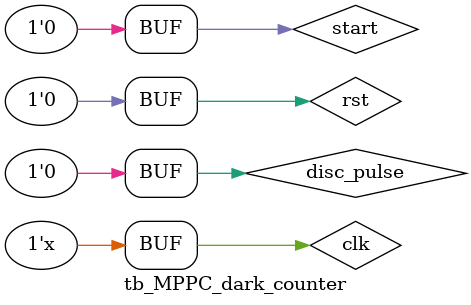
<source format=v>


`timescale 1ns / 100ps

module tb_MPPC_dark_counter ;

   reg clk = 1'b0 ;

   reg rst = 1'b1 ;

   reg start = 1'b0 ;


   reg disc_pulse = 1'b0 ;


   // 100 MHz clock generator (10 ns clock period)
   always #5 clk = ~clk ;




   
   MPPC_dark_counter   DUT(

      .clk        (        clk ),
      .rst        (        rst ),
      .start      (      start ),
      .disc_pulse ( disc_pulse )
      
      ) ;
   

   initial begin
      #500  rst = 1'b0 ;

      #127  start = 1'b1 ;
      #1000 start = 1'b0 ;

      #1000 disc_pulse = 1'b1 ;
      #1000 disc_pulse = 1'b0 ;
      #5000 disc_pulse = 1'b1 ;
      #1000 disc_pulse = 1'b0 ;

      //#8000 $finish ;
   end

endmodule
</source>
